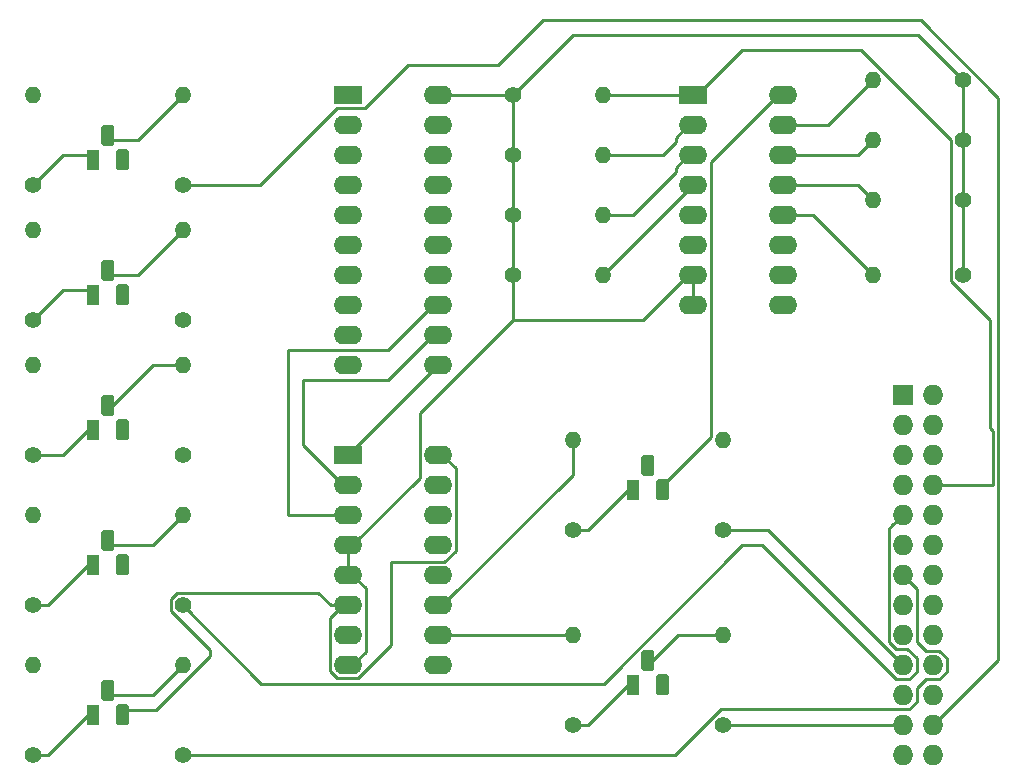
<source format=gbr>
G04 #@! TF.GenerationSoftware,KiCad,Pcbnew,5.0.0+dfsg1-2*
G04 #@! TF.CreationDate,2018-11-20T21:01:12-06:00*
G04 #@! TF.ProjectId,49es,343965732E6B696361645F7063620000,rev?*
G04 #@! TF.SameCoordinates,Original*
G04 #@! TF.FileFunction,Copper,L1,Top,Signal*
G04 #@! TF.FilePolarity,Positive*
%FSLAX46Y46*%
G04 Gerber Fmt 4.6, Leading zero omitted, Abs format (unit mm)*
G04 Created by KiCad (PCBNEW 5.0.0+dfsg1-2) date Tue Nov 20 21:01:12 2018*
%MOMM*%
%LPD*%
G01*
G04 APERTURE LIST*
G04 #@! TA.AperFunction,ComponentPad*
%ADD10O,2.400000X1.600000*%
G04 #@! TD*
G04 #@! TA.AperFunction,ComponentPad*
%ADD11R,2.400000X1.600000*%
G04 #@! TD*
G04 #@! TA.AperFunction,ComponentPad*
%ADD12R,1.727200X1.727200*%
G04 #@! TD*
G04 #@! TA.AperFunction,ComponentPad*
%ADD13O,1.727200X1.727200*%
G04 #@! TD*
G04 #@! TA.AperFunction,ComponentPad*
%ADD14R,1.100000X1.800000*%
G04 #@! TD*
G04 #@! TA.AperFunction,Conductor*
%ADD15C,0.100000*%
G04 #@! TD*
G04 #@! TA.AperFunction,ComponentPad*
%ADD16C,1.100000*%
G04 #@! TD*
G04 #@! TA.AperFunction,ComponentPad*
%ADD17O,1.400000X1.400000*%
G04 #@! TD*
G04 #@! TA.AperFunction,ComponentPad*
%ADD18C,1.400000*%
G04 #@! TD*
G04 #@! TA.AperFunction,Conductor*
%ADD19C,0.250000*%
G04 #@! TD*
G04 APERTURE END LIST*
D10*
G04 #@! TO.P,3-to-8,16*
G04 #@! TO.N,+3V3*
X147320000Y-71120000D03*
G04 #@! TO.P,3-to-8,8*
G04 #@! TO.N,GND*
X139700000Y-88900000D03*
G04 #@! TO.P,3-to-8,15*
G04 #@! TO.N,Net-(3-to-8-Pad15)*
X147320000Y-73660000D03*
G04 #@! TO.P,3-to-8,7*
G04 #@! TO.N,Net-(3-to-8-Pad7)*
X139700000Y-86360000D03*
G04 #@! TO.P,3-to-8,14*
G04 #@! TO.N,Net-(3-to-8-Pad14)*
X147320000Y-76200000D03*
G04 #@! TO.P,3-to-8,6*
G04 #@! TO.N,+3V3*
X139700000Y-83820000D03*
G04 #@! TO.P,3-to-8,13*
G04 #@! TO.N,Net-(3-to-8-Pad13)*
X147320000Y-78740000D03*
G04 #@! TO.P,3-to-8,5*
G04 #@! TO.N,GND*
X139700000Y-81280000D03*
G04 #@! TO.P,3-to-8,12*
G04 #@! TO.N,Net-(3-to-8-Pad12)*
X147320000Y-81280000D03*
G04 #@! TO.P,3-to-8,4*
G04 #@! TO.N,GND*
X139700000Y-78740000D03*
G04 #@! TO.P,3-to-8,11*
G04 #@! TO.N,Net-(3-to-8-Pad11)*
X147320000Y-83820000D03*
G04 #@! TO.P,3-to-8,3*
G04 #@! TO.N,Net-(3-to-8-Pad3)*
X139700000Y-76200000D03*
G04 #@! TO.P,3-to-8,10*
G04 #@! TO.N,Net-(3-to-8-Pad10)*
X147320000Y-86360000D03*
G04 #@! TO.P,3-to-8,2*
G04 #@! TO.N,Net-(3-to-8-Pad2)*
X139700000Y-73660000D03*
G04 #@! TO.P,3-to-8,9*
G04 #@! TO.N,Net-(3-to-8-Pad9)*
X147320000Y-88900000D03*
D11*
G04 #@! TO.P,3-to-8,1*
G04 #@! TO.N,Net-(3-to-8-Pad1)*
X139700000Y-71120000D03*
G04 #@! TD*
D12*
G04 #@! TO.P,J1,1*
G04 #@! TO.N,Net-(J1-Pad1)*
X186690000Y-66040000D03*
D13*
G04 #@! TO.P,J1,2*
G04 #@! TO.N,Net-(J1-Pad2)*
X189230000Y-66040000D03*
G04 #@! TO.P,J1,3*
G04 #@! TO.N,Net-(J1-Pad3)*
X186690000Y-68580000D03*
G04 #@! TO.P,J1,4*
G04 #@! TO.N,Net-(J1-Pad4)*
X189230000Y-68580000D03*
G04 #@! TO.P,J1,5*
G04 #@! TO.N,Net-(J1-Pad5)*
X186690000Y-71120000D03*
G04 #@! TO.P,J1,6*
G04 #@! TO.N,Net-(J1-Pad6)*
X189230000Y-71120000D03*
G04 #@! TO.P,J1,7*
G04 #@! TO.N,Net-(J1-Pad7)*
X186690000Y-73660000D03*
G04 #@! TO.P,J1,8*
G04 #@! TO.N,Net-(J1-Pad8)*
X189230000Y-73660000D03*
G04 #@! TO.P,J1,9*
G04 #@! TO.N,Net-(J1-Pad9)*
X186690000Y-76200000D03*
G04 #@! TO.P,J1,10*
G04 #@! TO.N,Net-(J1-Pad10)*
X189230000Y-76200000D03*
G04 #@! TO.P,J1,11*
G04 #@! TO.N,Net-(J1-Pad11)*
X186690000Y-78740000D03*
G04 #@! TO.P,J1,12*
G04 #@! TO.N,Net-(J1-Pad12)*
X189230000Y-78740000D03*
G04 #@! TO.P,J1,13*
G04 #@! TO.N,Net-(J1-Pad13)*
X186690000Y-81280000D03*
G04 #@! TO.P,J1,14*
G04 #@! TO.N,Net-(J1-Pad14)*
X189230000Y-81280000D03*
G04 #@! TO.P,J1,15*
G04 #@! TO.N,Net-(J1-Pad15)*
X186690000Y-83820000D03*
G04 #@! TO.P,J1,16*
G04 #@! TO.N,Net-(J1-Pad16)*
X189230000Y-83820000D03*
G04 #@! TO.P,J1,17*
G04 #@! TO.N,Net-(J1-Pad17)*
X186690000Y-86360000D03*
G04 #@! TO.P,J1,18*
G04 #@! TO.N,Net-(J1-Pad18)*
X189230000Y-86360000D03*
G04 #@! TO.P,J1,19*
G04 #@! TO.N,Net-(J1-Pad19)*
X186690000Y-88900000D03*
G04 #@! TO.P,J1,20*
G04 #@! TO.N,Net-(J1-Pad20)*
X189230000Y-88900000D03*
G04 #@! TO.P,J1,21*
G04 #@! TO.N,Net-(J1-Pad21)*
X186690000Y-91440000D03*
G04 #@! TO.P,J1,22*
G04 #@! TO.N,Net-(J1-Pad22)*
X189230000Y-91440000D03*
G04 #@! TO.P,J1,23*
G04 #@! TO.N,Net-(J1-Pad23)*
X186690000Y-93980000D03*
G04 #@! TO.P,J1,24*
G04 #@! TO.N,Net-(J1-Pad24)*
X189230000Y-93980000D03*
G04 #@! TO.P,J1,25*
G04 #@! TO.N,Net-(J1-Pad25)*
X186690000Y-96520000D03*
G04 #@! TO.P,J1,26*
G04 #@! TO.N,Net-(J1-Pad26)*
X189230000Y-96520000D03*
G04 #@! TD*
D11*
G04 #@! TO.P,MSP1,1*
G04 #@! TO.N,+3V3*
X139700000Y-40640000D03*
D10*
G04 #@! TO.P,MSP1,11*
G04 #@! TO.N,Net-(3-to-8-Pad1)*
X147320000Y-63500000D03*
G04 #@! TO.P,MSP1,2*
G04 #@! TO.N,Net-(MSP1-Pad2)*
X139700000Y-43180000D03*
G04 #@! TO.P,MSP1,12*
G04 #@! TO.N,Net-(3-to-8-Pad2)*
X147320000Y-60960000D03*
G04 #@! TO.P,MSP1,3*
G04 #@! TO.N,Net-(MSP1-Pad3)*
X139700000Y-45720000D03*
G04 #@! TO.P,MSP1,13*
G04 #@! TO.N,Net-(3-to-8-Pad3)*
X147320000Y-58420000D03*
G04 #@! TO.P,MSP1,4*
G04 #@! TO.N,Net-(MSP1-Pad4)*
X139700000Y-48260000D03*
G04 #@! TO.P,MSP1,14*
G04 #@! TO.N,Net-(MSP1-Pad14)*
X147320000Y-55880000D03*
G04 #@! TO.P,MSP1,5*
G04 #@! TO.N,Net-(MSP1-Pad5)*
X139700000Y-50800000D03*
G04 #@! TO.P,MSP1,15*
G04 #@! TO.N,Net-(MSP1-Pad15)*
X147320000Y-53340000D03*
G04 #@! TO.P,MSP1,6*
G04 #@! TO.N,Net-(MSP1-Pad6)*
X139700000Y-53340000D03*
G04 #@! TO.P,MSP1,16*
G04 #@! TO.N,Net-(MSP1-Pad16)*
X147320000Y-50800000D03*
G04 #@! TO.P,MSP1,7*
G04 #@! TO.N,Net-(MSP1-Pad7)*
X139700000Y-55880000D03*
G04 #@! TO.P,MSP1,17*
G04 #@! TO.N,Net-(MSP1-Pad17)*
X147320000Y-48260000D03*
G04 #@! TO.P,MSP1,8*
G04 #@! TO.N,Net-(MSP1-Pad8)*
X139700000Y-58420000D03*
G04 #@! TO.P,MSP1,18*
G04 #@! TO.N,Net-(MSP1-Pad18)*
X147320000Y-45720000D03*
G04 #@! TO.P,MSP1,9*
G04 #@! TO.N,Net-(MSP1-Pad9)*
X139700000Y-60960000D03*
G04 #@! TO.P,MSP1,19*
G04 #@! TO.N,Net-(MSP1-Pad19)*
X147320000Y-43180000D03*
G04 #@! TO.P,MSP1,10*
G04 #@! TO.N,Net-(MSP1-Pad10)*
X139700000Y-63500000D03*
G04 #@! TO.P,MSP1,20*
G04 #@! TO.N,GND*
X147320000Y-40640000D03*
G04 #@! TD*
D11*
G04 #@! TO.P,MUX1,1*
G04 #@! TO.N,Net-(J1-Pad8)*
X168910000Y-40640000D03*
D10*
G04 #@! TO.P,MUX1,9*
G04 #@! TO.N,Net-(MSP1-Pad10)*
X176530000Y-58420000D03*
G04 #@! TO.P,MUX1,2*
G04 #@! TO.N,Net-(J1-Pad6)*
X168910000Y-43180000D03*
G04 #@! TO.P,MUX1,10*
G04 #@! TO.N,Net-(MSP1-Pad9)*
X176530000Y-55880000D03*
G04 #@! TO.P,MUX1,3*
G04 #@! TO.N,Net-(J1-Pad4)*
X168910000Y-45720000D03*
G04 #@! TO.P,MUX1,11*
G04 #@! TO.N,Net-(MSP1-Pad8)*
X176530000Y-53340000D03*
G04 #@! TO.P,MUX1,4*
G04 #@! TO.N,Net-(J1-Pad2)*
X168910000Y-48260000D03*
G04 #@! TO.P,MUX1,12*
G04 #@! TO.N,Net-(J1-Pad16)*
X176530000Y-50800000D03*
G04 #@! TO.P,MUX1,5*
G04 #@! TO.N,Net-(MSP1-Pad19)*
X168910000Y-50800000D03*
G04 #@! TO.P,MUX1,13*
G04 #@! TO.N,Net-(J1-Pad14)*
X176530000Y-48260000D03*
G04 #@! TO.P,MUX1,6*
G04 #@! TO.N,Net-(MUX1-Pad6)*
X168910000Y-53340000D03*
G04 #@! TO.P,MUX1,14*
G04 #@! TO.N,Net-(J1-Pad12)*
X176530000Y-45720000D03*
G04 #@! TO.P,MUX1,7*
G04 #@! TO.N,GND*
X168910000Y-55880000D03*
G04 #@! TO.P,MUX1,15*
G04 #@! TO.N,Net-(J1-Pad10)*
X176530000Y-43180000D03*
G04 #@! TO.P,MUX1,8*
G04 #@! TO.N,GND*
X168910000Y-58420000D03*
G04 #@! TO.P,MUX1,16*
G04 #@! TO.N,+3V3*
X176530000Y-40640000D03*
G04 #@! TD*
D14*
G04 #@! TO.P,Q1,1*
G04 #@! TO.N,Net-(Q1-Pad1)*
X118110000Y-46120000D03*
D15*
G04 #@! TD*
G04 #@! TO.N,+3V3*
G04 #@! TO.C,Q1*
G36*
X120951955Y-45221324D02*
X120978650Y-45225284D01*
X121004828Y-45231841D01*
X121030238Y-45240933D01*
X121054634Y-45252472D01*
X121077782Y-45266346D01*
X121099458Y-45282422D01*
X121119454Y-45300546D01*
X121137578Y-45320542D01*
X121153654Y-45342218D01*
X121167528Y-45365366D01*
X121179067Y-45389762D01*
X121188159Y-45415172D01*
X121194716Y-45441350D01*
X121198676Y-45468045D01*
X121200000Y-45495000D01*
X121200000Y-46745000D01*
X121198676Y-46771955D01*
X121194716Y-46798650D01*
X121188159Y-46824828D01*
X121179067Y-46850238D01*
X121167528Y-46874634D01*
X121153654Y-46897782D01*
X121137578Y-46919458D01*
X121119454Y-46939454D01*
X121099458Y-46957578D01*
X121077782Y-46973654D01*
X121054634Y-46987528D01*
X121030238Y-46999067D01*
X121004828Y-47008159D01*
X120978650Y-47014716D01*
X120951955Y-47018676D01*
X120925000Y-47020000D01*
X120375000Y-47020000D01*
X120348045Y-47018676D01*
X120321350Y-47014716D01*
X120295172Y-47008159D01*
X120269762Y-46999067D01*
X120245366Y-46987528D01*
X120222218Y-46973654D01*
X120200542Y-46957578D01*
X120180546Y-46939454D01*
X120162422Y-46919458D01*
X120146346Y-46897782D01*
X120132472Y-46874634D01*
X120120933Y-46850238D01*
X120111841Y-46824828D01*
X120105284Y-46798650D01*
X120101324Y-46771955D01*
X120100000Y-46745000D01*
X120100000Y-45495000D01*
X120101324Y-45468045D01*
X120105284Y-45441350D01*
X120111841Y-45415172D01*
X120120933Y-45389762D01*
X120132472Y-45365366D01*
X120146346Y-45342218D01*
X120162422Y-45320542D01*
X120180546Y-45300546D01*
X120200542Y-45282422D01*
X120222218Y-45266346D01*
X120245366Y-45252472D01*
X120269762Y-45240933D01*
X120295172Y-45231841D01*
X120321350Y-45225284D01*
X120348045Y-45221324D01*
X120375000Y-45220000D01*
X120925000Y-45220000D01*
X120951955Y-45221324D01*
X120951955Y-45221324D01*
G37*
D16*
G04 #@! TO.P,Q1,3*
G04 #@! TO.N,+3V3*
X120650000Y-46120000D03*
D15*
G04 #@! TD*
G04 #@! TO.N,Net-(Q1-Pad2)*
G04 #@! TO.C,Q1*
G36*
X119681955Y-43151324D02*
X119708650Y-43155284D01*
X119734828Y-43161841D01*
X119760238Y-43170933D01*
X119784634Y-43182472D01*
X119807782Y-43196346D01*
X119829458Y-43212422D01*
X119849454Y-43230546D01*
X119867578Y-43250542D01*
X119883654Y-43272218D01*
X119897528Y-43295366D01*
X119909067Y-43319762D01*
X119918159Y-43345172D01*
X119924716Y-43371350D01*
X119928676Y-43398045D01*
X119930000Y-43425000D01*
X119930000Y-44675000D01*
X119928676Y-44701955D01*
X119924716Y-44728650D01*
X119918159Y-44754828D01*
X119909067Y-44780238D01*
X119897528Y-44804634D01*
X119883654Y-44827782D01*
X119867578Y-44849458D01*
X119849454Y-44869454D01*
X119829458Y-44887578D01*
X119807782Y-44903654D01*
X119784634Y-44917528D01*
X119760238Y-44929067D01*
X119734828Y-44938159D01*
X119708650Y-44944716D01*
X119681955Y-44948676D01*
X119655000Y-44950000D01*
X119105000Y-44950000D01*
X119078045Y-44948676D01*
X119051350Y-44944716D01*
X119025172Y-44938159D01*
X118999762Y-44929067D01*
X118975366Y-44917528D01*
X118952218Y-44903654D01*
X118930542Y-44887578D01*
X118910546Y-44869454D01*
X118892422Y-44849458D01*
X118876346Y-44827782D01*
X118862472Y-44804634D01*
X118850933Y-44780238D01*
X118841841Y-44754828D01*
X118835284Y-44728650D01*
X118831324Y-44701955D01*
X118830000Y-44675000D01*
X118830000Y-43425000D01*
X118831324Y-43398045D01*
X118835284Y-43371350D01*
X118841841Y-43345172D01*
X118850933Y-43319762D01*
X118862472Y-43295366D01*
X118876346Y-43272218D01*
X118892422Y-43250542D01*
X118910546Y-43230546D01*
X118930542Y-43212422D01*
X118952218Y-43196346D01*
X118975366Y-43182472D01*
X118999762Y-43170933D01*
X119025172Y-43161841D01*
X119051350Y-43155284D01*
X119078045Y-43151324D01*
X119105000Y-43150000D01*
X119655000Y-43150000D01*
X119681955Y-43151324D01*
X119681955Y-43151324D01*
G37*
D16*
G04 #@! TO.P,Q1,2*
G04 #@! TO.N,Net-(Q1-Pad2)*
X119380000Y-44050000D03*
G04 #@! TD*
D15*
G04 #@! TO.N,Net-(Q2-Pad2)*
G04 #@! TO.C,Q2*
G36*
X119681955Y-54581324D02*
X119708650Y-54585284D01*
X119734828Y-54591841D01*
X119760238Y-54600933D01*
X119784634Y-54612472D01*
X119807782Y-54626346D01*
X119829458Y-54642422D01*
X119849454Y-54660546D01*
X119867578Y-54680542D01*
X119883654Y-54702218D01*
X119897528Y-54725366D01*
X119909067Y-54749762D01*
X119918159Y-54775172D01*
X119924716Y-54801350D01*
X119928676Y-54828045D01*
X119930000Y-54855000D01*
X119930000Y-56105000D01*
X119928676Y-56131955D01*
X119924716Y-56158650D01*
X119918159Y-56184828D01*
X119909067Y-56210238D01*
X119897528Y-56234634D01*
X119883654Y-56257782D01*
X119867578Y-56279458D01*
X119849454Y-56299454D01*
X119829458Y-56317578D01*
X119807782Y-56333654D01*
X119784634Y-56347528D01*
X119760238Y-56359067D01*
X119734828Y-56368159D01*
X119708650Y-56374716D01*
X119681955Y-56378676D01*
X119655000Y-56380000D01*
X119105000Y-56380000D01*
X119078045Y-56378676D01*
X119051350Y-56374716D01*
X119025172Y-56368159D01*
X118999762Y-56359067D01*
X118975366Y-56347528D01*
X118952218Y-56333654D01*
X118930542Y-56317578D01*
X118910546Y-56299454D01*
X118892422Y-56279458D01*
X118876346Y-56257782D01*
X118862472Y-56234634D01*
X118850933Y-56210238D01*
X118841841Y-56184828D01*
X118835284Y-56158650D01*
X118831324Y-56131955D01*
X118830000Y-56105000D01*
X118830000Y-54855000D01*
X118831324Y-54828045D01*
X118835284Y-54801350D01*
X118841841Y-54775172D01*
X118850933Y-54749762D01*
X118862472Y-54725366D01*
X118876346Y-54702218D01*
X118892422Y-54680542D01*
X118910546Y-54660546D01*
X118930542Y-54642422D01*
X118952218Y-54626346D01*
X118975366Y-54612472D01*
X118999762Y-54600933D01*
X119025172Y-54591841D01*
X119051350Y-54585284D01*
X119078045Y-54581324D01*
X119105000Y-54580000D01*
X119655000Y-54580000D01*
X119681955Y-54581324D01*
X119681955Y-54581324D01*
G37*
D16*
G04 #@! TD*
G04 #@! TO.P,Q2,2*
G04 #@! TO.N,Net-(Q2-Pad2)*
X119380000Y-55480000D03*
D15*
G04 #@! TO.N,+3V3*
G04 #@! TO.C,Q2*
G36*
X120951955Y-56651324D02*
X120978650Y-56655284D01*
X121004828Y-56661841D01*
X121030238Y-56670933D01*
X121054634Y-56682472D01*
X121077782Y-56696346D01*
X121099458Y-56712422D01*
X121119454Y-56730546D01*
X121137578Y-56750542D01*
X121153654Y-56772218D01*
X121167528Y-56795366D01*
X121179067Y-56819762D01*
X121188159Y-56845172D01*
X121194716Y-56871350D01*
X121198676Y-56898045D01*
X121200000Y-56925000D01*
X121200000Y-58175000D01*
X121198676Y-58201955D01*
X121194716Y-58228650D01*
X121188159Y-58254828D01*
X121179067Y-58280238D01*
X121167528Y-58304634D01*
X121153654Y-58327782D01*
X121137578Y-58349458D01*
X121119454Y-58369454D01*
X121099458Y-58387578D01*
X121077782Y-58403654D01*
X121054634Y-58417528D01*
X121030238Y-58429067D01*
X121004828Y-58438159D01*
X120978650Y-58444716D01*
X120951955Y-58448676D01*
X120925000Y-58450000D01*
X120375000Y-58450000D01*
X120348045Y-58448676D01*
X120321350Y-58444716D01*
X120295172Y-58438159D01*
X120269762Y-58429067D01*
X120245366Y-58417528D01*
X120222218Y-58403654D01*
X120200542Y-58387578D01*
X120180546Y-58369454D01*
X120162422Y-58349458D01*
X120146346Y-58327782D01*
X120132472Y-58304634D01*
X120120933Y-58280238D01*
X120111841Y-58254828D01*
X120105284Y-58228650D01*
X120101324Y-58201955D01*
X120100000Y-58175000D01*
X120100000Y-56925000D01*
X120101324Y-56898045D01*
X120105284Y-56871350D01*
X120111841Y-56845172D01*
X120120933Y-56819762D01*
X120132472Y-56795366D01*
X120146346Y-56772218D01*
X120162422Y-56750542D01*
X120180546Y-56730546D01*
X120200542Y-56712422D01*
X120222218Y-56696346D01*
X120245366Y-56682472D01*
X120269762Y-56670933D01*
X120295172Y-56661841D01*
X120321350Y-56655284D01*
X120348045Y-56651324D01*
X120375000Y-56650000D01*
X120925000Y-56650000D01*
X120951955Y-56651324D01*
X120951955Y-56651324D01*
G37*
D16*
G04 #@! TD*
G04 #@! TO.P,Q2,3*
G04 #@! TO.N,+3V3*
X120650000Y-57550000D03*
D14*
G04 #@! TO.P,Q2,1*
G04 #@! TO.N,Net-(Q2-Pad1)*
X118110000Y-57550000D03*
G04 #@! TD*
G04 #@! TO.P,Q3,1*
G04 #@! TO.N,Net-(Q3-Pad1)*
X118110000Y-68980000D03*
D15*
G04 #@! TD*
G04 #@! TO.N,+3V3*
G04 #@! TO.C,Q3*
G36*
X120951955Y-68081324D02*
X120978650Y-68085284D01*
X121004828Y-68091841D01*
X121030238Y-68100933D01*
X121054634Y-68112472D01*
X121077782Y-68126346D01*
X121099458Y-68142422D01*
X121119454Y-68160546D01*
X121137578Y-68180542D01*
X121153654Y-68202218D01*
X121167528Y-68225366D01*
X121179067Y-68249762D01*
X121188159Y-68275172D01*
X121194716Y-68301350D01*
X121198676Y-68328045D01*
X121200000Y-68355000D01*
X121200000Y-69605000D01*
X121198676Y-69631955D01*
X121194716Y-69658650D01*
X121188159Y-69684828D01*
X121179067Y-69710238D01*
X121167528Y-69734634D01*
X121153654Y-69757782D01*
X121137578Y-69779458D01*
X121119454Y-69799454D01*
X121099458Y-69817578D01*
X121077782Y-69833654D01*
X121054634Y-69847528D01*
X121030238Y-69859067D01*
X121004828Y-69868159D01*
X120978650Y-69874716D01*
X120951955Y-69878676D01*
X120925000Y-69880000D01*
X120375000Y-69880000D01*
X120348045Y-69878676D01*
X120321350Y-69874716D01*
X120295172Y-69868159D01*
X120269762Y-69859067D01*
X120245366Y-69847528D01*
X120222218Y-69833654D01*
X120200542Y-69817578D01*
X120180546Y-69799454D01*
X120162422Y-69779458D01*
X120146346Y-69757782D01*
X120132472Y-69734634D01*
X120120933Y-69710238D01*
X120111841Y-69684828D01*
X120105284Y-69658650D01*
X120101324Y-69631955D01*
X120100000Y-69605000D01*
X120100000Y-68355000D01*
X120101324Y-68328045D01*
X120105284Y-68301350D01*
X120111841Y-68275172D01*
X120120933Y-68249762D01*
X120132472Y-68225366D01*
X120146346Y-68202218D01*
X120162422Y-68180542D01*
X120180546Y-68160546D01*
X120200542Y-68142422D01*
X120222218Y-68126346D01*
X120245366Y-68112472D01*
X120269762Y-68100933D01*
X120295172Y-68091841D01*
X120321350Y-68085284D01*
X120348045Y-68081324D01*
X120375000Y-68080000D01*
X120925000Y-68080000D01*
X120951955Y-68081324D01*
X120951955Y-68081324D01*
G37*
D16*
G04 #@! TO.P,Q3,3*
G04 #@! TO.N,+3V3*
X120650000Y-68980000D03*
D15*
G04 #@! TD*
G04 #@! TO.N,Net-(Q3-Pad2)*
G04 #@! TO.C,Q3*
G36*
X119681955Y-66011324D02*
X119708650Y-66015284D01*
X119734828Y-66021841D01*
X119760238Y-66030933D01*
X119784634Y-66042472D01*
X119807782Y-66056346D01*
X119829458Y-66072422D01*
X119849454Y-66090546D01*
X119867578Y-66110542D01*
X119883654Y-66132218D01*
X119897528Y-66155366D01*
X119909067Y-66179762D01*
X119918159Y-66205172D01*
X119924716Y-66231350D01*
X119928676Y-66258045D01*
X119930000Y-66285000D01*
X119930000Y-67535000D01*
X119928676Y-67561955D01*
X119924716Y-67588650D01*
X119918159Y-67614828D01*
X119909067Y-67640238D01*
X119897528Y-67664634D01*
X119883654Y-67687782D01*
X119867578Y-67709458D01*
X119849454Y-67729454D01*
X119829458Y-67747578D01*
X119807782Y-67763654D01*
X119784634Y-67777528D01*
X119760238Y-67789067D01*
X119734828Y-67798159D01*
X119708650Y-67804716D01*
X119681955Y-67808676D01*
X119655000Y-67810000D01*
X119105000Y-67810000D01*
X119078045Y-67808676D01*
X119051350Y-67804716D01*
X119025172Y-67798159D01*
X118999762Y-67789067D01*
X118975366Y-67777528D01*
X118952218Y-67763654D01*
X118930542Y-67747578D01*
X118910546Y-67729454D01*
X118892422Y-67709458D01*
X118876346Y-67687782D01*
X118862472Y-67664634D01*
X118850933Y-67640238D01*
X118841841Y-67614828D01*
X118835284Y-67588650D01*
X118831324Y-67561955D01*
X118830000Y-67535000D01*
X118830000Y-66285000D01*
X118831324Y-66258045D01*
X118835284Y-66231350D01*
X118841841Y-66205172D01*
X118850933Y-66179762D01*
X118862472Y-66155366D01*
X118876346Y-66132218D01*
X118892422Y-66110542D01*
X118910546Y-66090546D01*
X118930542Y-66072422D01*
X118952218Y-66056346D01*
X118975366Y-66042472D01*
X118999762Y-66030933D01*
X119025172Y-66021841D01*
X119051350Y-66015284D01*
X119078045Y-66011324D01*
X119105000Y-66010000D01*
X119655000Y-66010000D01*
X119681955Y-66011324D01*
X119681955Y-66011324D01*
G37*
D16*
G04 #@! TO.P,Q3,2*
G04 #@! TO.N,Net-(Q3-Pad2)*
X119380000Y-66910000D03*
G04 #@! TD*
D15*
G04 #@! TO.N,Net-(Q4-Pad2)*
G04 #@! TO.C,Q4*
G36*
X119681955Y-77441324D02*
X119708650Y-77445284D01*
X119734828Y-77451841D01*
X119760238Y-77460933D01*
X119784634Y-77472472D01*
X119807782Y-77486346D01*
X119829458Y-77502422D01*
X119849454Y-77520546D01*
X119867578Y-77540542D01*
X119883654Y-77562218D01*
X119897528Y-77585366D01*
X119909067Y-77609762D01*
X119918159Y-77635172D01*
X119924716Y-77661350D01*
X119928676Y-77688045D01*
X119930000Y-77715000D01*
X119930000Y-78965000D01*
X119928676Y-78991955D01*
X119924716Y-79018650D01*
X119918159Y-79044828D01*
X119909067Y-79070238D01*
X119897528Y-79094634D01*
X119883654Y-79117782D01*
X119867578Y-79139458D01*
X119849454Y-79159454D01*
X119829458Y-79177578D01*
X119807782Y-79193654D01*
X119784634Y-79207528D01*
X119760238Y-79219067D01*
X119734828Y-79228159D01*
X119708650Y-79234716D01*
X119681955Y-79238676D01*
X119655000Y-79240000D01*
X119105000Y-79240000D01*
X119078045Y-79238676D01*
X119051350Y-79234716D01*
X119025172Y-79228159D01*
X118999762Y-79219067D01*
X118975366Y-79207528D01*
X118952218Y-79193654D01*
X118930542Y-79177578D01*
X118910546Y-79159454D01*
X118892422Y-79139458D01*
X118876346Y-79117782D01*
X118862472Y-79094634D01*
X118850933Y-79070238D01*
X118841841Y-79044828D01*
X118835284Y-79018650D01*
X118831324Y-78991955D01*
X118830000Y-78965000D01*
X118830000Y-77715000D01*
X118831324Y-77688045D01*
X118835284Y-77661350D01*
X118841841Y-77635172D01*
X118850933Y-77609762D01*
X118862472Y-77585366D01*
X118876346Y-77562218D01*
X118892422Y-77540542D01*
X118910546Y-77520546D01*
X118930542Y-77502422D01*
X118952218Y-77486346D01*
X118975366Y-77472472D01*
X118999762Y-77460933D01*
X119025172Y-77451841D01*
X119051350Y-77445284D01*
X119078045Y-77441324D01*
X119105000Y-77440000D01*
X119655000Y-77440000D01*
X119681955Y-77441324D01*
X119681955Y-77441324D01*
G37*
D16*
G04 #@! TD*
G04 #@! TO.P,Q4,2*
G04 #@! TO.N,Net-(Q4-Pad2)*
X119380000Y-78340000D03*
D15*
G04 #@! TO.N,+3V3*
G04 #@! TO.C,Q4*
G36*
X120951955Y-79511324D02*
X120978650Y-79515284D01*
X121004828Y-79521841D01*
X121030238Y-79530933D01*
X121054634Y-79542472D01*
X121077782Y-79556346D01*
X121099458Y-79572422D01*
X121119454Y-79590546D01*
X121137578Y-79610542D01*
X121153654Y-79632218D01*
X121167528Y-79655366D01*
X121179067Y-79679762D01*
X121188159Y-79705172D01*
X121194716Y-79731350D01*
X121198676Y-79758045D01*
X121200000Y-79785000D01*
X121200000Y-81035000D01*
X121198676Y-81061955D01*
X121194716Y-81088650D01*
X121188159Y-81114828D01*
X121179067Y-81140238D01*
X121167528Y-81164634D01*
X121153654Y-81187782D01*
X121137578Y-81209458D01*
X121119454Y-81229454D01*
X121099458Y-81247578D01*
X121077782Y-81263654D01*
X121054634Y-81277528D01*
X121030238Y-81289067D01*
X121004828Y-81298159D01*
X120978650Y-81304716D01*
X120951955Y-81308676D01*
X120925000Y-81310000D01*
X120375000Y-81310000D01*
X120348045Y-81308676D01*
X120321350Y-81304716D01*
X120295172Y-81298159D01*
X120269762Y-81289067D01*
X120245366Y-81277528D01*
X120222218Y-81263654D01*
X120200542Y-81247578D01*
X120180546Y-81229454D01*
X120162422Y-81209458D01*
X120146346Y-81187782D01*
X120132472Y-81164634D01*
X120120933Y-81140238D01*
X120111841Y-81114828D01*
X120105284Y-81088650D01*
X120101324Y-81061955D01*
X120100000Y-81035000D01*
X120100000Y-79785000D01*
X120101324Y-79758045D01*
X120105284Y-79731350D01*
X120111841Y-79705172D01*
X120120933Y-79679762D01*
X120132472Y-79655366D01*
X120146346Y-79632218D01*
X120162422Y-79610542D01*
X120180546Y-79590546D01*
X120200542Y-79572422D01*
X120222218Y-79556346D01*
X120245366Y-79542472D01*
X120269762Y-79530933D01*
X120295172Y-79521841D01*
X120321350Y-79515284D01*
X120348045Y-79511324D01*
X120375000Y-79510000D01*
X120925000Y-79510000D01*
X120951955Y-79511324D01*
X120951955Y-79511324D01*
G37*
D16*
G04 #@! TD*
G04 #@! TO.P,Q4,3*
G04 #@! TO.N,+3V3*
X120650000Y-80410000D03*
D14*
G04 #@! TO.P,Q4,1*
G04 #@! TO.N,Net-(Q4-Pad1)*
X118110000Y-80410000D03*
G04 #@! TD*
G04 #@! TO.P,Q5,1*
G04 #@! TO.N,Net-(Q5-Pad1)*
X118110000Y-93110000D03*
D15*
G04 #@! TD*
G04 #@! TO.N,+3V3*
G04 #@! TO.C,Q5*
G36*
X120951955Y-92211324D02*
X120978650Y-92215284D01*
X121004828Y-92221841D01*
X121030238Y-92230933D01*
X121054634Y-92242472D01*
X121077782Y-92256346D01*
X121099458Y-92272422D01*
X121119454Y-92290546D01*
X121137578Y-92310542D01*
X121153654Y-92332218D01*
X121167528Y-92355366D01*
X121179067Y-92379762D01*
X121188159Y-92405172D01*
X121194716Y-92431350D01*
X121198676Y-92458045D01*
X121200000Y-92485000D01*
X121200000Y-93735000D01*
X121198676Y-93761955D01*
X121194716Y-93788650D01*
X121188159Y-93814828D01*
X121179067Y-93840238D01*
X121167528Y-93864634D01*
X121153654Y-93887782D01*
X121137578Y-93909458D01*
X121119454Y-93929454D01*
X121099458Y-93947578D01*
X121077782Y-93963654D01*
X121054634Y-93977528D01*
X121030238Y-93989067D01*
X121004828Y-93998159D01*
X120978650Y-94004716D01*
X120951955Y-94008676D01*
X120925000Y-94010000D01*
X120375000Y-94010000D01*
X120348045Y-94008676D01*
X120321350Y-94004716D01*
X120295172Y-93998159D01*
X120269762Y-93989067D01*
X120245366Y-93977528D01*
X120222218Y-93963654D01*
X120200542Y-93947578D01*
X120180546Y-93929454D01*
X120162422Y-93909458D01*
X120146346Y-93887782D01*
X120132472Y-93864634D01*
X120120933Y-93840238D01*
X120111841Y-93814828D01*
X120105284Y-93788650D01*
X120101324Y-93761955D01*
X120100000Y-93735000D01*
X120100000Y-92485000D01*
X120101324Y-92458045D01*
X120105284Y-92431350D01*
X120111841Y-92405172D01*
X120120933Y-92379762D01*
X120132472Y-92355366D01*
X120146346Y-92332218D01*
X120162422Y-92310542D01*
X120180546Y-92290546D01*
X120200542Y-92272422D01*
X120222218Y-92256346D01*
X120245366Y-92242472D01*
X120269762Y-92230933D01*
X120295172Y-92221841D01*
X120321350Y-92215284D01*
X120348045Y-92211324D01*
X120375000Y-92210000D01*
X120925000Y-92210000D01*
X120951955Y-92211324D01*
X120951955Y-92211324D01*
G37*
D16*
G04 #@! TO.P,Q5,3*
G04 #@! TO.N,+3V3*
X120650000Y-93110000D03*
D15*
G04 #@! TD*
G04 #@! TO.N,Net-(Q5-Pad2)*
G04 #@! TO.C,Q5*
G36*
X119681955Y-90141324D02*
X119708650Y-90145284D01*
X119734828Y-90151841D01*
X119760238Y-90160933D01*
X119784634Y-90172472D01*
X119807782Y-90186346D01*
X119829458Y-90202422D01*
X119849454Y-90220546D01*
X119867578Y-90240542D01*
X119883654Y-90262218D01*
X119897528Y-90285366D01*
X119909067Y-90309762D01*
X119918159Y-90335172D01*
X119924716Y-90361350D01*
X119928676Y-90388045D01*
X119930000Y-90415000D01*
X119930000Y-91665000D01*
X119928676Y-91691955D01*
X119924716Y-91718650D01*
X119918159Y-91744828D01*
X119909067Y-91770238D01*
X119897528Y-91794634D01*
X119883654Y-91817782D01*
X119867578Y-91839458D01*
X119849454Y-91859454D01*
X119829458Y-91877578D01*
X119807782Y-91893654D01*
X119784634Y-91907528D01*
X119760238Y-91919067D01*
X119734828Y-91928159D01*
X119708650Y-91934716D01*
X119681955Y-91938676D01*
X119655000Y-91940000D01*
X119105000Y-91940000D01*
X119078045Y-91938676D01*
X119051350Y-91934716D01*
X119025172Y-91928159D01*
X118999762Y-91919067D01*
X118975366Y-91907528D01*
X118952218Y-91893654D01*
X118930542Y-91877578D01*
X118910546Y-91859454D01*
X118892422Y-91839458D01*
X118876346Y-91817782D01*
X118862472Y-91794634D01*
X118850933Y-91770238D01*
X118841841Y-91744828D01*
X118835284Y-91718650D01*
X118831324Y-91691955D01*
X118830000Y-91665000D01*
X118830000Y-90415000D01*
X118831324Y-90388045D01*
X118835284Y-90361350D01*
X118841841Y-90335172D01*
X118850933Y-90309762D01*
X118862472Y-90285366D01*
X118876346Y-90262218D01*
X118892422Y-90240542D01*
X118910546Y-90220546D01*
X118930542Y-90202422D01*
X118952218Y-90186346D01*
X118975366Y-90172472D01*
X118999762Y-90160933D01*
X119025172Y-90151841D01*
X119051350Y-90145284D01*
X119078045Y-90141324D01*
X119105000Y-90140000D01*
X119655000Y-90140000D01*
X119681955Y-90141324D01*
X119681955Y-90141324D01*
G37*
D16*
G04 #@! TO.P,Q5,2*
G04 #@! TO.N,Net-(Q5-Pad2)*
X119380000Y-91040000D03*
G04 #@! TD*
D15*
G04 #@! TO.N,Net-(Q6-Pad2)*
G04 #@! TO.C,Q6*
G36*
X165401955Y-71091324D02*
X165428650Y-71095284D01*
X165454828Y-71101841D01*
X165480238Y-71110933D01*
X165504634Y-71122472D01*
X165527782Y-71136346D01*
X165549458Y-71152422D01*
X165569454Y-71170546D01*
X165587578Y-71190542D01*
X165603654Y-71212218D01*
X165617528Y-71235366D01*
X165629067Y-71259762D01*
X165638159Y-71285172D01*
X165644716Y-71311350D01*
X165648676Y-71338045D01*
X165650000Y-71365000D01*
X165650000Y-72615000D01*
X165648676Y-72641955D01*
X165644716Y-72668650D01*
X165638159Y-72694828D01*
X165629067Y-72720238D01*
X165617528Y-72744634D01*
X165603654Y-72767782D01*
X165587578Y-72789458D01*
X165569454Y-72809454D01*
X165549458Y-72827578D01*
X165527782Y-72843654D01*
X165504634Y-72857528D01*
X165480238Y-72869067D01*
X165454828Y-72878159D01*
X165428650Y-72884716D01*
X165401955Y-72888676D01*
X165375000Y-72890000D01*
X164825000Y-72890000D01*
X164798045Y-72888676D01*
X164771350Y-72884716D01*
X164745172Y-72878159D01*
X164719762Y-72869067D01*
X164695366Y-72857528D01*
X164672218Y-72843654D01*
X164650542Y-72827578D01*
X164630546Y-72809454D01*
X164612422Y-72789458D01*
X164596346Y-72767782D01*
X164582472Y-72744634D01*
X164570933Y-72720238D01*
X164561841Y-72694828D01*
X164555284Y-72668650D01*
X164551324Y-72641955D01*
X164550000Y-72615000D01*
X164550000Y-71365000D01*
X164551324Y-71338045D01*
X164555284Y-71311350D01*
X164561841Y-71285172D01*
X164570933Y-71259762D01*
X164582472Y-71235366D01*
X164596346Y-71212218D01*
X164612422Y-71190542D01*
X164630546Y-71170546D01*
X164650542Y-71152422D01*
X164672218Y-71136346D01*
X164695366Y-71122472D01*
X164719762Y-71110933D01*
X164745172Y-71101841D01*
X164771350Y-71095284D01*
X164798045Y-71091324D01*
X164825000Y-71090000D01*
X165375000Y-71090000D01*
X165401955Y-71091324D01*
X165401955Y-71091324D01*
G37*
D16*
G04 #@! TD*
G04 #@! TO.P,Q6,2*
G04 #@! TO.N,Net-(Q6-Pad2)*
X165100000Y-71990000D03*
D15*
G04 #@! TO.N,+3V3*
G04 #@! TO.C,Q6*
G36*
X166671955Y-73161324D02*
X166698650Y-73165284D01*
X166724828Y-73171841D01*
X166750238Y-73180933D01*
X166774634Y-73192472D01*
X166797782Y-73206346D01*
X166819458Y-73222422D01*
X166839454Y-73240546D01*
X166857578Y-73260542D01*
X166873654Y-73282218D01*
X166887528Y-73305366D01*
X166899067Y-73329762D01*
X166908159Y-73355172D01*
X166914716Y-73381350D01*
X166918676Y-73408045D01*
X166920000Y-73435000D01*
X166920000Y-74685000D01*
X166918676Y-74711955D01*
X166914716Y-74738650D01*
X166908159Y-74764828D01*
X166899067Y-74790238D01*
X166887528Y-74814634D01*
X166873654Y-74837782D01*
X166857578Y-74859458D01*
X166839454Y-74879454D01*
X166819458Y-74897578D01*
X166797782Y-74913654D01*
X166774634Y-74927528D01*
X166750238Y-74939067D01*
X166724828Y-74948159D01*
X166698650Y-74954716D01*
X166671955Y-74958676D01*
X166645000Y-74960000D01*
X166095000Y-74960000D01*
X166068045Y-74958676D01*
X166041350Y-74954716D01*
X166015172Y-74948159D01*
X165989762Y-74939067D01*
X165965366Y-74927528D01*
X165942218Y-74913654D01*
X165920542Y-74897578D01*
X165900546Y-74879454D01*
X165882422Y-74859458D01*
X165866346Y-74837782D01*
X165852472Y-74814634D01*
X165840933Y-74790238D01*
X165831841Y-74764828D01*
X165825284Y-74738650D01*
X165821324Y-74711955D01*
X165820000Y-74685000D01*
X165820000Y-73435000D01*
X165821324Y-73408045D01*
X165825284Y-73381350D01*
X165831841Y-73355172D01*
X165840933Y-73329762D01*
X165852472Y-73305366D01*
X165866346Y-73282218D01*
X165882422Y-73260542D01*
X165900546Y-73240546D01*
X165920542Y-73222422D01*
X165942218Y-73206346D01*
X165965366Y-73192472D01*
X165989762Y-73180933D01*
X166015172Y-73171841D01*
X166041350Y-73165284D01*
X166068045Y-73161324D01*
X166095000Y-73160000D01*
X166645000Y-73160000D01*
X166671955Y-73161324D01*
X166671955Y-73161324D01*
G37*
D16*
G04 #@! TD*
G04 #@! TO.P,Q6,3*
G04 #@! TO.N,+3V3*
X166370000Y-74060000D03*
D14*
G04 #@! TO.P,Q6,1*
G04 #@! TO.N,Net-(Q6-Pad1)*
X163830000Y-74060000D03*
G04 #@! TD*
D15*
G04 #@! TO.N,Net-(Q7-Pad2)*
G04 #@! TO.C,Q7*
G36*
X165401955Y-87601324D02*
X165428650Y-87605284D01*
X165454828Y-87611841D01*
X165480238Y-87620933D01*
X165504634Y-87632472D01*
X165527782Y-87646346D01*
X165549458Y-87662422D01*
X165569454Y-87680546D01*
X165587578Y-87700542D01*
X165603654Y-87722218D01*
X165617528Y-87745366D01*
X165629067Y-87769762D01*
X165638159Y-87795172D01*
X165644716Y-87821350D01*
X165648676Y-87848045D01*
X165650000Y-87875000D01*
X165650000Y-89125000D01*
X165648676Y-89151955D01*
X165644716Y-89178650D01*
X165638159Y-89204828D01*
X165629067Y-89230238D01*
X165617528Y-89254634D01*
X165603654Y-89277782D01*
X165587578Y-89299458D01*
X165569454Y-89319454D01*
X165549458Y-89337578D01*
X165527782Y-89353654D01*
X165504634Y-89367528D01*
X165480238Y-89379067D01*
X165454828Y-89388159D01*
X165428650Y-89394716D01*
X165401955Y-89398676D01*
X165375000Y-89400000D01*
X164825000Y-89400000D01*
X164798045Y-89398676D01*
X164771350Y-89394716D01*
X164745172Y-89388159D01*
X164719762Y-89379067D01*
X164695366Y-89367528D01*
X164672218Y-89353654D01*
X164650542Y-89337578D01*
X164630546Y-89319454D01*
X164612422Y-89299458D01*
X164596346Y-89277782D01*
X164582472Y-89254634D01*
X164570933Y-89230238D01*
X164561841Y-89204828D01*
X164555284Y-89178650D01*
X164551324Y-89151955D01*
X164550000Y-89125000D01*
X164550000Y-87875000D01*
X164551324Y-87848045D01*
X164555284Y-87821350D01*
X164561841Y-87795172D01*
X164570933Y-87769762D01*
X164582472Y-87745366D01*
X164596346Y-87722218D01*
X164612422Y-87700542D01*
X164630546Y-87680546D01*
X164650542Y-87662422D01*
X164672218Y-87646346D01*
X164695366Y-87632472D01*
X164719762Y-87620933D01*
X164745172Y-87611841D01*
X164771350Y-87605284D01*
X164798045Y-87601324D01*
X164825000Y-87600000D01*
X165375000Y-87600000D01*
X165401955Y-87601324D01*
X165401955Y-87601324D01*
G37*
D16*
G04 #@! TD*
G04 #@! TO.P,Q7,2*
G04 #@! TO.N,Net-(Q7-Pad2)*
X165100000Y-88500000D03*
D15*
G04 #@! TO.N,+3V3*
G04 #@! TO.C,Q7*
G36*
X166671955Y-89671324D02*
X166698650Y-89675284D01*
X166724828Y-89681841D01*
X166750238Y-89690933D01*
X166774634Y-89702472D01*
X166797782Y-89716346D01*
X166819458Y-89732422D01*
X166839454Y-89750546D01*
X166857578Y-89770542D01*
X166873654Y-89792218D01*
X166887528Y-89815366D01*
X166899067Y-89839762D01*
X166908159Y-89865172D01*
X166914716Y-89891350D01*
X166918676Y-89918045D01*
X166920000Y-89945000D01*
X166920000Y-91195000D01*
X166918676Y-91221955D01*
X166914716Y-91248650D01*
X166908159Y-91274828D01*
X166899067Y-91300238D01*
X166887528Y-91324634D01*
X166873654Y-91347782D01*
X166857578Y-91369458D01*
X166839454Y-91389454D01*
X166819458Y-91407578D01*
X166797782Y-91423654D01*
X166774634Y-91437528D01*
X166750238Y-91449067D01*
X166724828Y-91458159D01*
X166698650Y-91464716D01*
X166671955Y-91468676D01*
X166645000Y-91470000D01*
X166095000Y-91470000D01*
X166068045Y-91468676D01*
X166041350Y-91464716D01*
X166015172Y-91458159D01*
X165989762Y-91449067D01*
X165965366Y-91437528D01*
X165942218Y-91423654D01*
X165920542Y-91407578D01*
X165900546Y-91389454D01*
X165882422Y-91369458D01*
X165866346Y-91347782D01*
X165852472Y-91324634D01*
X165840933Y-91300238D01*
X165831841Y-91274828D01*
X165825284Y-91248650D01*
X165821324Y-91221955D01*
X165820000Y-91195000D01*
X165820000Y-89945000D01*
X165821324Y-89918045D01*
X165825284Y-89891350D01*
X165831841Y-89865172D01*
X165840933Y-89839762D01*
X165852472Y-89815366D01*
X165866346Y-89792218D01*
X165882422Y-89770542D01*
X165900546Y-89750546D01*
X165920542Y-89732422D01*
X165942218Y-89716346D01*
X165965366Y-89702472D01*
X165989762Y-89690933D01*
X166015172Y-89681841D01*
X166041350Y-89675284D01*
X166068045Y-89671324D01*
X166095000Y-89670000D01*
X166645000Y-89670000D01*
X166671955Y-89671324D01*
X166671955Y-89671324D01*
G37*
D16*
G04 #@! TD*
G04 #@! TO.P,Q7,3*
G04 #@! TO.N,+3V3*
X166370000Y-90570000D03*
D14*
G04 #@! TO.P,Q7,1*
G04 #@! TO.N,Net-(Q7-Pad1)*
X163830000Y-90570000D03*
G04 #@! TD*
D17*
G04 #@! TO.P,R1,2*
G04 #@! TO.N,Net-(J1-Pad2)*
X161290000Y-55880000D03*
D18*
G04 #@! TO.P,R1,1*
G04 #@! TO.N,GND*
X153670000Y-55880000D03*
G04 #@! TD*
G04 #@! TO.P,R2,1*
G04 #@! TO.N,GND*
X153670000Y-50800000D03*
D17*
G04 #@! TO.P,R2,2*
G04 #@! TO.N,Net-(J1-Pad4)*
X161290000Y-50800000D03*
G04 #@! TD*
D18*
G04 #@! TO.P,R3,1*
G04 #@! TO.N,GND*
X153670000Y-45720000D03*
D17*
G04 #@! TO.P,R3,2*
G04 #@! TO.N,Net-(J1-Pad6)*
X161290000Y-45720000D03*
G04 #@! TD*
G04 #@! TO.P,R4,2*
G04 #@! TO.N,Net-(J1-Pad8)*
X161290000Y-40640000D03*
D18*
G04 #@! TO.P,R4,1*
G04 #@! TO.N,GND*
X153670000Y-40640000D03*
G04 #@! TD*
G04 #@! TO.P,R5,1*
G04 #@! TO.N,GND*
X191770000Y-39370000D03*
D17*
G04 #@! TO.P,R5,2*
G04 #@! TO.N,Net-(J1-Pad10)*
X184150000Y-39370000D03*
G04 #@! TD*
G04 #@! TO.P,R6,2*
G04 #@! TO.N,Net-(J1-Pad12)*
X184150000Y-44450000D03*
D18*
G04 #@! TO.P,R6,1*
G04 #@! TO.N,GND*
X191770000Y-44450000D03*
G04 #@! TD*
G04 #@! TO.P,R7,1*
G04 #@! TO.N,GND*
X191770000Y-49530000D03*
D17*
G04 #@! TO.P,R7,2*
G04 #@! TO.N,Net-(J1-Pad14)*
X184150000Y-49530000D03*
G04 #@! TD*
G04 #@! TO.P,R8,2*
G04 #@! TO.N,Net-(J1-Pad16)*
X184150000Y-55880000D03*
D18*
G04 #@! TO.P,R8,1*
G04 #@! TO.N,GND*
X191770000Y-55880000D03*
G04 #@! TD*
D17*
G04 #@! TO.P,R9,2*
G04 #@! TO.N,Net-(3-to-8-Pad9)*
X113030000Y-40640000D03*
D18*
G04 #@! TO.P,R9,1*
G04 #@! TO.N,Net-(Q1-Pad1)*
X113030000Y-48260000D03*
G04 #@! TD*
G04 #@! TO.P,R10,1*
G04 #@! TO.N,Net-(J1-Pad24)*
X125730000Y-48260000D03*
D17*
G04 #@! TO.P,R10,2*
G04 #@! TO.N,Net-(Q1-Pad2)*
X125730000Y-40640000D03*
G04 #@! TD*
G04 #@! TO.P,R11,2*
G04 #@! TO.N,Net-(3-to-8-Pad15)*
X113030000Y-52070000D03*
D18*
G04 #@! TO.P,R11,1*
G04 #@! TO.N,Net-(Q2-Pad1)*
X113030000Y-59690000D03*
G04 #@! TD*
G04 #@! TO.P,R12,1*
G04 #@! TO.N,Net-(Q3-Pad1)*
X113030000Y-71120000D03*
D17*
G04 #@! TO.P,R12,2*
G04 #@! TO.N,Net-(3-to-8-Pad14)*
X113030000Y-63500000D03*
G04 #@! TD*
D18*
G04 #@! TO.P,R13,1*
G04 #@! TO.N,Net-(Q4-Pad1)*
X113030000Y-83820000D03*
D17*
G04 #@! TO.P,R13,2*
G04 #@! TO.N,Net-(3-to-8-Pad13)*
X113030000Y-76200000D03*
G04 #@! TD*
G04 #@! TO.P,R14,2*
G04 #@! TO.N,Net-(3-to-8-Pad12)*
X113030000Y-88900000D03*
D18*
G04 #@! TO.P,R14,1*
G04 #@! TO.N,Net-(Q5-Pad1)*
X113030000Y-96520000D03*
G04 #@! TD*
G04 #@! TO.P,R15,1*
G04 #@! TO.N,Net-(Q6-Pad1)*
X158750000Y-77470000D03*
D17*
G04 #@! TO.P,R15,2*
G04 #@! TO.N,Net-(3-to-8-Pad11)*
X158750000Y-69850000D03*
G04 #@! TD*
G04 #@! TO.P,R16,2*
G04 #@! TO.N,Net-(3-to-8-Pad10)*
X158750000Y-86360000D03*
D18*
G04 #@! TO.P,R16,1*
G04 #@! TO.N,Net-(Q7-Pad1)*
X158750000Y-93980000D03*
G04 #@! TD*
G04 #@! TO.P,R17,1*
G04 #@! TO.N,Net-(J1-Pad1)*
X125730000Y-59690000D03*
D17*
G04 #@! TO.P,R17,2*
G04 #@! TO.N,Net-(Q2-Pad2)*
X125730000Y-52070000D03*
G04 #@! TD*
G04 #@! TO.P,R18,2*
G04 #@! TO.N,Net-(Q3-Pad2)*
X125730000Y-63500000D03*
D18*
G04 #@! TO.P,R18,1*
G04 #@! TO.N,Net-(J1-Pad5)*
X125730000Y-71120000D03*
G04 #@! TD*
D17*
G04 #@! TO.P,R19,2*
G04 #@! TO.N,Net-(Q4-Pad2)*
X125730000Y-76200000D03*
D18*
G04 #@! TO.P,R19,1*
G04 #@! TO.N,Net-(J1-Pad9)*
X125730000Y-83820000D03*
G04 #@! TD*
G04 #@! TO.P,R20,1*
G04 #@! TO.N,Net-(J1-Pad13)*
X125730000Y-96520000D03*
D17*
G04 #@! TO.P,R20,2*
G04 #@! TO.N,Net-(Q5-Pad2)*
X125730000Y-88900000D03*
G04 #@! TD*
G04 #@! TO.P,R21,2*
G04 #@! TO.N,Net-(Q6-Pad2)*
X171450000Y-69850000D03*
D18*
G04 #@! TO.P,R21,1*
G04 #@! TO.N,Net-(J1-Pad19)*
X171450000Y-77470000D03*
G04 #@! TD*
G04 #@! TO.P,R22,1*
G04 #@! TO.N,Net-(J1-Pad23)*
X171450000Y-93980000D03*
D17*
G04 #@! TO.P,R22,2*
G04 #@! TO.N,Net-(Q7-Pad2)*
X171450000Y-86360000D03*
G04 #@! TD*
D19*
G04 #@! TO.N,Net-(Q1-Pad1)*
X115570000Y-45720000D02*
X113030000Y-48260000D01*
X118110000Y-45720000D02*
X115570000Y-45720000D01*
G04 #@! TO.N,+3V3*
X170435010Y-69594990D02*
X166370000Y-73660000D01*
X176130000Y-40640000D02*
X170435010Y-46334990D01*
X170435010Y-46334990D02*
X170435010Y-69594990D01*
X176530000Y-40640000D02*
X176130000Y-40640000D01*
X138174990Y-89365994D02*
X138174990Y-84945010D01*
X139300000Y-83820000D02*
X139700000Y-83820000D01*
X140565994Y-90025010D02*
X138834006Y-90025010D01*
X138174990Y-84945010D02*
X139300000Y-83820000D01*
X143365010Y-87225994D02*
X140565994Y-90025010D01*
X143365010Y-80154990D02*
X143365010Y-87225994D01*
X147896014Y-80154990D02*
X143365010Y-80154990D01*
X148845010Y-79205994D02*
X147896014Y-80154990D01*
X138834006Y-90025010D02*
X138174990Y-89365994D01*
X148845010Y-72245010D02*
X148845010Y-79205994D01*
X147720000Y-71120000D02*
X148845010Y-72245010D01*
X147320000Y-71120000D02*
X147720000Y-71120000D01*
X138250000Y-83820000D02*
X139700000Y-83820000D01*
X125237999Y-82794999D02*
X137224999Y-82794999D01*
X124704999Y-83327999D02*
X125237999Y-82794999D01*
X137224999Y-82794999D02*
X138250000Y-83820000D01*
X128022998Y-87630000D02*
X124704999Y-84312001D01*
X124704999Y-84312001D02*
X124704999Y-83327999D01*
X123437002Y-92710000D02*
X128022998Y-88124004D01*
X128022998Y-88124004D02*
X128022998Y-87630000D01*
X120650000Y-92710000D02*
X123437002Y-92710000D01*
G04 #@! TO.N,Net-(Q1-Pad2)*
X121920000Y-44450000D02*
X125730000Y-40640000D01*
X119380000Y-44450000D02*
X121920000Y-44450000D01*
G04 #@! TO.N,Net-(Q2-Pad2)*
X121920000Y-55880000D02*
X125730000Y-52070000D01*
X119380000Y-55880000D02*
X121920000Y-55880000D01*
G04 #@! TO.N,Net-(Q2-Pad1)*
X115570000Y-57150000D02*
X113030000Y-59690000D01*
X118110000Y-57150000D02*
X115570000Y-57150000D01*
G04 #@! TO.N,Net-(Q3-Pad1)*
X115570000Y-71120000D02*
X118110000Y-68580000D01*
X113030000Y-71120000D02*
X115570000Y-71120000D01*
G04 #@! TO.N,Net-(Q3-Pad2)*
X123190000Y-63500000D02*
X119380000Y-67310000D01*
X125730000Y-63500000D02*
X123190000Y-63500000D01*
G04 #@! TO.N,Net-(Q4-Pad2)*
X123190000Y-78740000D02*
X125730000Y-76200000D01*
X119380000Y-78740000D02*
X123190000Y-78740000D01*
G04 #@! TO.N,Net-(Q4-Pad1)*
X114300000Y-83820000D02*
X118110000Y-80010000D01*
X113030000Y-83820000D02*
X114300000Y-83820000D01*
G04 #@! TO.N,Net-(Q5-Pad1)*
X114300000Y-96520000D02*
X118110000Y-92710000D01*
X113030000Y-96520000D02*
X114300000Y-96520000D01*
G04 #@! TO.N,Net-(Q5-Pad2)*
X123190000Y-91440000D02*
X125730000Y-88900000D01*
X119380000Y-91440000D02*
X123190000Y-91440000D01*
G04 #@! TO.N,Net-(Q6-Pad1)*
X160020000Y-77470000D02*
X163830000Y-73660000D01*
X158750000Y-77470000D02*
X160020000Y-77470000D01*
G04 #@! TO.N,Net-(Q7-Pad2)*
X167640000Y-86360000D02*
X165100000Y-88900000D01*
X171450000Y-86360000D02*
X167640000Y-86360000D01*
G04 #@! TO.N,Net-(Q7-Pad1)*
X160020000Y-93980000D02*
X163830000Y-90170000D01*
X158750000Y-93980000D02*
X160020000Y-93980000D01*
G04 #@! TO.N,GND*
X191770000Y-55880000D02*
X191770000Y-39370000D01*
X154369999Y-39940001D02*
X153670000Y-40640000D01*
X158750000Y-35560000D02*
X154369999Y-39940001D01*
X187960000Y-35560000D02*
X158750000Y-35560000D01*
X191770000Y-39370000D02*
X187960000Y-35560000D01*
X153670000Y-40640000D02*
X153670000Y-55880000D01*
X153670000Y-40640000D02*
X147320000Y-40640000D01*
X140100000Y-81280000D02*
X139700000Y-81280000D01*
X141225010Y-82405010D02*
X140100000Y-81280000D01*
X141225010Y-87774990D02*
X141225010Y-82405010D01*
X140100000Y-88900000D02*
X141225010Y-87774990D01*
X139700000Y-88900000D02*
X140100000Y-88900000D01*
X139700000Y-81280000D02*
X139700000Y-78740000D01*
X153670000Y-56869949D02*
X153670000Y-55880000D01*
X153670000Y-59690000D02*
X153670000Y-56869949D01*
X145794990Y-67565010D02*
X153670000Y-59690000D01*
X140100000Y-78740000D02*
X145794990Y-73045010D01*
X145794990Y-73045010D02*
X145794990Y-67565010D01*
X139700000Y-78740000D02*
X140100000Y-78740000D01*
X164700000Y-59690000D02*
X153670000Y-59690000D01*
X168510000Y-55880000D02*
X164700000Y-59690000D01*
X168910000Y-55880000D02*
X168510000Y-55880000D01*
X168910000Y-58420000D02*
X168910000Y-55880000D01*
G04 #@! TO.N,Net-(J1-Pad2)*
X161290000Y-55880000D02*
X168910000Y-48260000D01*
G04 #@! TO.N,Net-(J1-Pad4)*
X168510000Y-45720000D02*
X168910000Y-45720000D01*
X167460000Y-46770000D02*
X168510000Y-45720000D01*
X167460000Y-47170000D02*
X167460000Y-46770000D01*
X163830000Y-50800000D02*
X167460000Y-47170000D01*
X161290000Y-50800000D02*
X163830000Y-50800000D01*
G04 #@! TO.N,Net-(J1-Pad6)*
X168510000Y-43180000D02*
X168910000Y-43180000D01*
X166370000Y-45720000D02*
X167460000Y-44630000D01*
X167460000Y-44230000D02*
X168510000Y-43180000D01*
X167460000Y-44630000D02*
X167460000Y-44230000D01*
X161290000Y-45720000D02*
X166370000Y-45720000D01*
G04 #@! TO.N,Net-(J1-Pad8)*
X161290000Y-40640000D02*
X168910000Y-40640000D01*
X190744999Y-56372001D02*
X194062998Y-59690000D01*
X190744999Y-44447997D02*
X190744999Y-56372001D01*
X183127002Y-36830000D02*
X190744999Y-44447997D01*
X173120000Y-36830000D02*
X183127002Y-36830000D01*
X168910000Y-40640000D02*
X169310000Y-40640000D01*
X169310000Y-40640000D02*
X173120000Y-36830000D01*
X194062998Y-68827002D02*
X194310000Y-69074004D01*
X194062998Y-59690000D02*
X194062998Y-68827002D01*
X194310000Y-69074004D02*
X194310000Y-73660000D01*
X194310000Y-73660000D02*
X189230000Y-73660000D01*
G04 #@! TO.N,Net-(J1-Pad9)*
X185501399Y-77388601D02*
X185826401Y-77063599D01*
X185501399Y-86930529D02*
X185501399Y-77388601D01*
X187878601Y-88329471D02*
X187097731Y-87548601D01*
X187878601Y-89470529D02*
X187878601Y-88329471D01*
X186119471Y-87548601D02*
X185501399Y-86930529D01*
X187260529Y-90088601D02*
X187878601Y-89470529D01*
X187097731Y-87548601D02*
X186119471Y-87548601D01*
X186119471Y-90088601D02*
X187260529Y-90088601D01*
X185826401Y-77063599D02*
X186690000Y-76200000D01*
X174770870Y-78740000D02*
X186119471Y-90088601D01*
X173111456Y-78740000D02*
X174770870Y-78740000D01*
X161376437Y-90475019D02*
X173111456Y-78740000D01*
X132385019Y-90475019D02*
X161376437Y-90475019D01*
X125730000Y-83820000D02*
X132385019Y-90475019D01*
G04 #@! TO.N,Net-(J1-Pad10)*
X180340000Y-43180000D02*
X184150000Y-39370000D01*
X176530000Y-43180000D02*
X180340000Y-43180000D01*
G04 #@! TO.N,Net-(J1-Pad12)*
X182880000Y-45720000D02*
X184150000Y-44450000D01*
X176530000Y-45720000D02*
X182880000Y-45720000D01*
G04 #@! TO.N,Net-(J1-Pad13)*
X187878601Y-82468601D02*
X187553599Y-82143599D01*
X187878601Y-86930529D02*
X187878601Y-82468601D01*
X188659471Y-87711399D02*
X187878601Y-86930529D01*
X189800529Y-87711399D02*
X188659471Y-87711399D01*
X190418601Y-88329471D02*
X189800529Y-87711399D01*
X190418601Y-89470529D02*
X190418601Y-88329471D01*
X188659471Y-90088601D02*
X189800529Y-90088601D01*
X187878601Y-90869471D02*
X188659471Y-90088601D01*
X187878601Y-92010529D02*
X187878601Y-90869471D01*
X189800529Y-90088601D02*
X190418601Y-89470529D01*
X187260529Y-92628601D02*
X187878601Y-92010529D01*
X187553599Y-82143599D02*
X186690000Y-81280000D01*
X171284397Y-92628601D02*
X187260529Y-92628601D01*
X167392998Y-96520000D02*
X171284397Y-92628601D01*
X125730000Y-96520000D02*
X167392998Y-96520000D01*
G04 #@! TO.N,Net-(J1-Pad14)*
X182880000Y-48260000D02*
X184150000Y-49530000D01*
X176530000Y-48260000D02*
X182880000Y-48260000D01*
G04 #@! TO.N,Net-(J1-Pad16)*
X179070000Y-50800000D02*
X184150000Y-55880000D01*
X176530000Y-50800000D02*
X179070000Y-50800000D01*
G04 #@! TO.N,Net-(J1-Pad19)*
X175260000Y-77470000D02*
X186690000Y-88900000D01*
X171450000Y-77470000D02*
X175260000Y-77470000D01*
G04 #@! TO.N,Net-(J1-Pad23)*
X171450000Y-93980000D02*
X186690000Y-93980000D01*
G04 #@! TO.N,Net-(J1-Pad24)*
X194760010Y-88449990D02*
X190093599Y-93116401D01*
X194760010Y-40843008D02*
X194760010Y-88449990D01*
X188207002Y-34290000D02*
X194760010Y-40843008D01*
X156210000Y-34290000D02*
X188207002Y-34290000D01*
X125730000Y-48260000D02*
X132316410Y-48260000D01*
X132316410Y-48260000D02*
X138811409Y-41765001D01*
X138811409Y-41765001D02*
X141160001Y-41765001D01*
X141160001Y-41765001D02*
X144825002Y-38100000D01*
X144825002Y-38100000D02*
X152400000Y-38100000D01*
X190093599Y-93116401D02*
X189230000Y-93980000D01*
X152400000Y-38100000D02*
X156210000Y-34290000D01*
G04 #@! TO.N,Net-(3-to-8-Pad11)*
X158750000Y-70839949D02*
X158750000Y-69850000D01*
X158750000Y-72790000D02*
X158750000Y-70839949D01*
X147720000Y-83820000D02*
X158750000Y-72790000D01*
X147320000Y-83820000D02*
X147720000Y-83820000D01*
G04 #@! TO.N,Net-(3-to-8-Pad3)*
X134620000Y-76200000D02*
X139700000Y-76200000D01*
X143110000Y-62230000D02*
X134620000Y-62230000D01*
X147320000Y-58420000D02*
X146920000Y-58420000D01*
X134620000Y-62230000D02*
X134620000Y-76200000D01*
X146920000Y-58420000D02*
X143110000Y-62230000D01*
G04 #@! TO.N,Net-(3-to-8-Pad10)*
X158750000Y-86360000D02*
X147320000Y-86360000D01*
G04 #@! TO.N,Net-(3-to-8-Pad2)*
X135890000Y-70250000D02*
X139300000Y-73660000D01*
X135890000Y-64770000D02*
X135890000Y-70250000D01*
X139300000Y-73660000D02*
X139700000Y-73660000D01*
X146920000Y-60960000D02*
X143110000Y-64770000D01*
X143110000Y-64770000D02*
X135890000Y-64770000D01*
X147320000Y-60960000D02*
X146920000Y-60960000D01*
G04 #@! TO.N,Net-(3-to-8-Pad1)*
X147320000Y-63500000D02*
X139700000Y-71120000D01*
G04 #@! TD*
M02*

</source>
